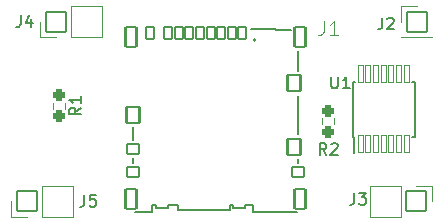
<source format=gto>
G04 #@! TF.GenerationSoftware,KiCad,Pcbnew,(6.0.1-0)*
G04 #@! TF.CreationDate,2022-03-11T23:13:56+01:00*
G04 #@! TF.ProjectId,SDshield,53447368-6965-46c6-942e-6b696361645f,rev?*
G04 #@! TF.SameCoordinates,Original*
G04 #@! TF.FileFunction,Legend,Top*
G04 #@! TF.FilePolarity,Positive*
%FSLAX46Y46*%
G04 Gerber Fmt 4.6, Leading zero omitted, Abs format (unit mm)*
G04 Created by KiCad (PCBNEW (6.0.1-0)) date 2022-03-11 23:13:56*
%MOMM*%
%LPD*%
G01*
G04 APERTURE LIST*
G04 Aperture macros list*
%AMRoundRect*
0 Rectangle with rounded corners*
0 $1 Rounding radius*
0 $2 $3 $4 $5 $6 $7 $8 $9 X,Y pos of 4 corners*
0 Add a 4 corners polygon primitive as box body*
4,1,4,$2,$3,$4,$5,$6,$7,$8,$9,$2,$3,0*
0 Add four circle primitives for the rounded corners*
1,1,$1+$1,$2,$3*
1,1,$1+$1,$4,$5*
1,1,$1+$1,$6,$7*
1,1,$1+$1,$8,$9*
0 Add four rect primitives between the rounded corners*
20,1,$1+$1,$2,$3,$4,$5,0*
20,1,$1+$1,$4,$5,$6,$7,0*
20,1,$1+$1,$6,$7,$8,$9,0*
20,1,$1+$1,$8,$9,$2,$3,0*%
G04 Aperture macros list end*
%ADD10C,0.150000*%
%ADD11C,0.101600*%
%ADD12C,0.120000*%
%ADD13C,0.200000*%
%ADD14RoundRect,0.288500X-0.237500X0.250000X-0.237500X-0.250000X0.237500X-0.250000X0.237500X0.250000X0*%
%ADD15RoundRect,0.101600X-0.325000X-0.500000X0.325000X-0.500000X0.325000X0.500000X-0.325000X0.500000X0*%
%ADD16RoundRect,0.101600X-0.565000X-0.700000X0.565000X-0.700000X0.565000X0.700000X-0.565000X0.700000X0*%
%ADD17RoundRect,0.101600X-0.450000X-0.850000X0.450000X-0.850000X0.450000X0.850000X-0.450000X0.850000X0*%
%ADD18RoundRect,0.101600X-0.500000X-0.425000X0.500000X-0.425000X0.500000X0.425000X-0.500000X0.425000X0*%
%ADD19RoundRect,0.101600X0.500000X0.425000X-0.500000X0.425000X-0.500000X-0.425000X0.500000X-0.425000X0*%
%ADD20RoundRect,0.051000X-0.850000X-0.850000X0.850000X-0.850000X0.850000X0.850000X-0.850000X0.850000X0*%
%ADD21RoundRect,0.051000X0.850000X-0.850000X0.850000X0.850000X-0.850000X0.850000X-0.850000X-0.850000X0*%
%ADD22O,1.802000X1.802000*%
%ADD23RoundRect,0.051000X-0.850000X0.850000X-0.850000X-0.850000X0.850000X-0.850000X0.850000X0.850000X0*%
%ADD24RoundRect,0.051000X0.225000X-0.725000X0.225000X0.725000X-0.225000X0.725000X-0.225000X-0.725000X0*%
G04 APERTURE END LIST*
D10*
X138382380Y-88666666D02*
X137906190Y-89000000D01*
X138382380Y-89238095D02*
X137382380Y-89238095D01*
X137382380Y-88857142D01*
X137430000Y-88761904D01*
X137477619Y-88714285D01*
X137572857Y-88666666D01*
X137715714Y-88666666D01*
X137810952Y-88714285D01*
X137858571Y-88761904D01*
X137906190Y-88857142D01*
X137906190Y-89238095D01*
X138382380Y-87714285D02*
X138382380Y-88285714D01*
X138382380Y-88000000D02*
X137382380Y-88000000D01*
X137525238Y-88095238D01*
X137620476Y-88190476D01*
X137668095Y-88285714D01*
D11*
X158924059Y-81322961D02*
X158924059Y-82157533D01*
X158868420Y-82324447D01*
X158757144Y-82435723D01*
X158590230Y-82491361D01*
X158478954Y-82491361D01*
X160092459Y-82491361D02*
X159424801Y-82491361D01*
X159758630Y-82491361D02*
X159758630Y-81322961D01*
X159647354Y-81489876D01*
X159536078Y-81601152D01*
X159424801Y-81656790D01*
D10*
X163866666Y-81052380D02*
X163866666Y-81766666D01*
X163819047Y-81909523D01*
X163723809Y-82004761D01*
X163580952Y-82052380D01*
X163485714Y-82052380D01*
X164295238Y-81147619D02*
X164342857Y-81100000D01*
X164438095Y-81052380D01*
X164676190Y-81052380D01*
X164771428Y-81100000D01*
X164819047Y-81147619D01*
X164866666Y-81242857D01*
X164866666Y-81338095D01*
X164819047Y-81480952D01*
X164247619Y-82052380D01*
X164866666Y-82052380D01*
X133266666Y-80852380D02*
X133266666Y-81566666D01*
X133219047Y-81709523D01*
X133123809Y-81804761D01*
X132980952Y-81852380D01*
X132885714Y-81852380D01*
X134171428Y-81185714D02*
X134171428Y-81852380D01*
X133933333Y-80804761D02*
X133695238Y-81519047D01*
X134314285Y-81519047D01*
X161516666Y-95877380D02*
X161516666Y-96591666D01*
X161469047Y-96734523D01*
X161373809Y-96829761D01*
X161230952Y-96877380D01*
X161135714Y-96877380D01*
X161897619Y-95877380D02*
X162516666Y-95877380D01*
X162183333Y-96258333D01*
X162326190Y-96258333D01*
X162421428Y-96305952D01*
X162469047Y-96353571D01*
X162516666Y-96448809D01*
X162516666Y-96686904D01*
X162469047Y-96782142D01*
X162421428Y-96829761D01*
X162326190Y-96877380D01*
X162040476Y-96877380D01*
X161945238Y-96829761D01*
X161897619Y-96782142D01*
X138666666Y-96052380D02*
X138666666Y-96766666D01*
X138619047Y-96909523D01*
X138523809Y-97004761D01*
X138380952Y-97052380D01*
X138285714Y-97052380D01*
X139619047Y-96052380D02*
X139142857Y-96052380D01*
X139095238Y-96528571D01*
X139142857Y-96480952D01*
X139238095Y-96433333D01*
X139476190Y-96433333D01*
X139571428Y-96480952D01*
X139619047Y-96528571D01*
X139666666Y-96623809D01*
X139666666Y-96861904D01*
X139619047Y-96957142D01*
X139571428Y-97004761D01*
X139476190Y-97052380D01*
X139238095Y-97052380D01*
X139142857Y-97004761D01*
X139095238Y-96957142D01*
X159538095Y-86052380D02*
X159538095Y-86861904D01*
X159585714Y-86957142D01*
X159633333Y-87004761D01*
X159728571Y-87052380D01*
X159919047Y-87052380D01*
X160014285Y-87004761D01*
X160061904Y-86957142D01*
X160109523Y-86861904D01*
X160109523Y-86052380D01*
X161109523Y-87052380D02*
X160538095Y-87052380D01*
X160823809Y-87052380D02*
X160823809Y-86052380D01*
X160728571Y-86195238D01*
X160633333Y-86290476D01*
X160538095Y-86338095D01*
X159153333Y-92662380D02*
X158820000Y-92186190D01*
X158581904Y-92662380D02*
X158581904Y-91662380D01*
X158962857Y-91662380D01*
X159058095Y-91710000D01*
X159105714Y-91757619D01*
X159153333Y-91852857D01*
X159153333Y-91995714D01*
X159105714Y-92090952D01*
X159058095Y-92138571D01*
X158962857Y-92186190D01*
X158581904Y-92186190D01*
X159534285Y-91757619D02*
X159581904Y-91710000D01*
X159677142Y-91662380D01*
X159915238Y-91662380D01*
X160010476Y-91710000D01*
X160058095Y-91757619D01*
X160105714Y-91852857D01*
X160105714Y-91948095D01*
X160058095Y-92090952D01*
X159486666Y-92662380D01*
X160105714Y-92662380D01*
D12*
X137022500Y-88245276D02*
X137022500Y-88754724D01*
X135977500Y-88245276D02*
X135977500Y-88754724D01*
D13*
X144746000Y-97187000D02*
X145746000Y-97187000D01*
X142746000Y-92962000D02*
X142746000Y-93362000D01*
X152746000Y-81987000D02*
X154886000Y-81987000D01*
X144346000Y-97537000D02*
X144346000Y-96927000D01*
X146596000Y-97327000D02*
X150996000Y-97327000D01*
X156746000Y-83847000D02*
X156746000Y-85547000D01*
X150996000Y-96927000D02*
X151216000Y-96927000D01*
X142946000Y-97537000D02*
X144346000Y-97537000D01*
X152216000Y-97187000D02*
X152216000Y-96927000D01*
X151216000Y-96927000D02*
X151216000Y-97187000D01*
X142746000Y-90347000D02*
X142746000Y-91447000D01*
X152936000Y-97537000D02*
X156646000Y-97537000D01*
X152216000Y-96927000D02*
X152936000Y-96927000D01*
X154886000Y-81987000D02*
X154886000Y-82077000D01*
X150996000Y-97327000D02*
X150996000Y-96927000D01*
X144346000Y-96927000D02*
X144746000Y-96927000D01*
X156746000Y-93062000D02*
X156746000Y-93362000D01*
X144746000Y-96927000D02*
X144746000Y-97187000D01*
X156746000Y-87647000D02*
X156746000Y-90947000D01*
X145746000Y-97187000D02*
X145746000Y-96927000D01*
X152936000Y-96927000D02*
X152936000Y-97537000D01*
X146596000Y-96927000D02*
X146596000Y-97327000D01*
X145746000Y-96927000D02*
X146596000Y-96927000D01*
X151216000Y-97187000D02*
X152216000Y-97187000D01*
X154886000Y-82077000D02*
X156146000Y-82077000D01*
X153146000Y-82947000D02*
G75*
G03*
X153146000Y-82947000I-100000J0D01*
G01*
D12*
X165470000Y-82730000D02*
X168130000Y-82730000D01*
X165470000Y-81400000D02*
X165470000Y-80070000D01*
X165470000Y-82670000D02*
X168130000Y-82670000D01*
X165470000Y-80070000D02*
X166800000Y-80070000D01*
X168130000Y-82670000D02*
X168130000Y-82730000D01*
X165470000Y-82670000D02*
X165470000Y-82730000D01*
X140130000Y-82730000D02*
X140130000Y-80070000D01*
X137530000Y-80070000D02*
X140130000Y-80070000D01*
X137530000Y-82730000D02*
X140130000Y-82730000D01*
X137530000Y-82730000D02*
X137530000Y-80070000D01*
X134930000Y-82730000D02*
X134930000Y-81400000D01*
X136260000Y-82730000D02*
X134930000Y-82730000D01*
X165470000Y-95270000D02*
X162870000Y-95270000D01*
X165470000Y-97930000D02*
X162870000Y-97930000D01*
X166740000Y-95270000D02*
X168070000Y-95270000D01*
X165470000Y-95270000D02*
X165470000Y-97930000D01*
X168070000Y-95270000D02*
X168070000Y-96600000D01*
X162870000Y-95270000D02*
X162870000Y-97930000D01*
X133800000Y-97930000D02*
X132470000Y-97930000D01*
X135070000Y-95270000D02*
X137670000Y-95270000D01*
X135070000Y-97930000D02*
X135070000Y-95270000D01*
X132470000Y-97930000D02*
X132470000Y-96600000D01*
X135070000Y-97930000D02*
X137670000Y-97930000D01*
X137670000Y-97930000D02*
X137670000Y-95270000D01*
D10*
X166625000Y-86475000D02*
X166400000Y-86475000D01*
X161375000Y-91125000D02*
X161375000Y-86475000D01*
X161375000Y-86475000D02*
X161600000Y-86475000D01*
X161500000Y-91125000D02*
X161500000Y-92475000D01*
X166625000Y-91125000D02*
X166625000Y-86475000D01*
X161375000Y-91125000D02*
X161500000Y-91125000D01*
X166625000Y-91125000D02*
X166400000Y-91125000D01*
D12*
X158787500Y-89587776D02*
X158787500Y-90097224D01*
X159832500Y-89587776D02*
X159832500Y-90097224D01*
%LPC*%
D14*
X136500000Y-87587500D03*
X136500000Y-89412500D03*
D15*
X152046000Y-82317000D03*
X151146000Y-82317000D03*
X150246000Y-82317000D03*
X149346000Y-82317000D03*
X148446000Y-82317000D03*
X147546000Y-82317000D03*
X146646000Y-82317000D03*
X145746000Y-82317000D03*
X144176000Y-82317000D03*
D16*
X142811000Y-89267000D03*
D17*
X142596000Y-82667000D03*
D18*
X142746000Y-92217000D03*
X142746000Y-94147000D03*
D17*
X142596000Y-96367000D03*
X156896000Y-96367000D03*
D19*
X156746000Y-94147000D03*
D16*
X156426000Y-92017000D03*
X156426000Y-86567000D03*
D17*
X156896000Y-82667000D03*
D20*
X166800000Y-81400000D03*
D21*
X136260000Y-81400000D03*
D22*
X138800000Y-81400000D03*
D23*
X166740000Y-96600000D03*
D22*
X164200000Y-96600000D03*
D21*
X133800000Y-96600000D03*
D22*
X136340000Y-96600000D03*
D24*
X162050000Y-91750000D03*
X162700000Y-91750000D03*
X163350000Y-91750000D03*
X164000000Y-91750000D03*
X164650000Y-91750000D03*
X165300000Y-91750000D03*
X165950000Y-91750000D03*
X165950000Y-85850000D03*
X165300000Y-85850000D03*
X164650000Y-85850000D03*
X164000000Y-85850000D03*
X163350000Y-85850000D03*
X162700000Y-85850000D03*
X162050000Y-85850000D03*
D14*
X159310000Y-88930000D03*
X159310000Y-90755000D03*
M02*

</source>
